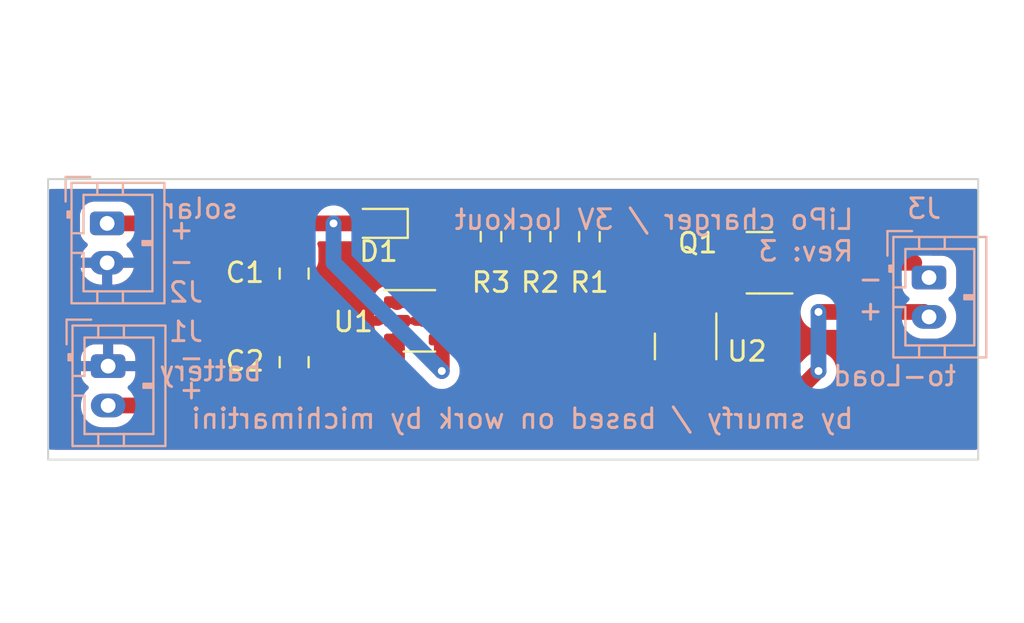
<source format=kicad_pcb>
(kicad_pcb (version 20240108) (generator "pcbnew") (generator_version "8.0")
  (layers (0 "F.Cu" signal) (31 "B.Cu" signal) (34 "B.Paste" user) (35 "F.Paste" user) (36 "B.SilkS" user "B.Silkscreen") (37 "F.SilkS" user "F.Silkscreen") (38 "B.Mask" user) (39 "F.Mask" user) (44 "Edge.Cuts" user))
  (net 0 "")
  (net 1 "Net-(D1-A)")
  (net 2 "GND")
  (net 3 "Net-(J1-Pin_2)")
  (net 4 "Net-(J3-Pin_1)")
  (net 5 "Net-(Q1-G)")
  (net 6 "Net-(U1-PROG)")
  (net 7 "Net-(D1-K)")
  (net 8 "Net-(U1-STAT)")
  (footprint "Capacitor_SMD:C_0805_2012Metric" (layer "F.Cu") (at 76 66.05 -90)
    (property "Reference" "C1" (at -0.05 2.5 0) (layer "F.SilkS"))
    (property "Value" "4.7uF")
    (fp_line (start -0.261252 0.735) (end 0.261252 0.735) (stroke (width 0.12)) (layer "F.SilkS"))
    (fp_line (start -0.261252 -0.735) (end 0.261252 -0.735) (stroke (width 0.12)) (layer "F.SilkS"))
    (pad "1" smd roundrect (at -0.95 0 270) (size 1 1.45) (layers "F.Cu" "F.Paste" "F.Mask") (net 1 "Net-(D1-A)"))
    (pad "2" smd roundrect (at 0.95 0 270) (size 1 1.45) (layers "F.Cu" "F.Paste" "F.Mask") (net 2 "GND"))
  )
  (footprint "Capacitor_SMD:C_0805_2012Metric" (layer "F.Cu") (at 76 70.55 90)
    (property "Reference" "C2" (at 0.05 -2.5 180) (layer "F.SilkS"))
    (property "Value" "4.7uF")
    (fp_line (start -0.261252 -0.735) (end 0.261252 -0.735) (stroke (width 0.12)) (layer "F.SilkS"))
    (fp_line (start -0.261252 0.735) (end 0.261252 0.735) (stroke (width 0.12)) (layer "F.SilkS"))
    (pad "1" smd roundrect (at -0.95 0 90) (size 1 1.45) (layers "F.Cu" "F.Paste" "F.Mask") (net 3 "Net-(J1-Pin_2)"))
    (pad "2" smd roundrect (at 0.95 0 90) (size 1 1.45) (layers "F.Cu" "F.Paste" "F.Mask") (net 2 "GND"))
  )
  (footprint "Package_TO_SOT_SMD:SOT-23" (layer "F.Cu") (at 99.63658 65.5 180)
    (property "Reference" "Q1" (at 3.13658 1 180) (layer "F.SilkS"))
    (property "Value" "BSS123")
    (fp_line (start 0 1.56) (end 0.65 1.56) (stroke (width 0.12)) (layer "F.SilkS"))
    (fp_line (start 0 1.56) (end -0.65 1.56) (stroke (width 0.12)) (layer "F.SilkS"))
    (fp_line (start 0 -1.56) (end 0.65 -1.56) (stroke (width 0.12)) (layer "F.SilkS"))
    (fp_line (start 0 -1.56) (end -1.675 -1.56) (stroke (width 0.12)) (layer "F.SilkS"))
    (pad "1" smd roundrect (at -0.9375 -0.95 180) (size 1.475 0.6) (layers "F.Cu" "F.Paste" "F.Mask") (net 5 "Net-(Q1-G)"))
    (pad "2" smd roundrect (at -0.9375 0.95 180) (size 1.475 0.6) (layers "F.Cu" "F.Paste" "F.Mask") (net 2 "GND"))
    (pad "3" smd roundrect (at 0.9375 0 180) (size 1.475 0.6) (layers "F.Cu" "F.Paste" "F.Mask") (net 4 "Net-(J3-Pin_1)"))
  )
  (footprint "Package_TO_SOT_SMD:SOT-23" (layer "F.Cu") (at 95.88658 69.75 -90)
    (property "Reference" "U2" (at 0.25 -3.11342 180) (layer "F.SilkS"))
    (property "Value" "MCP120T-315I/TT")
    (fp_line (start 0 1.56) (end -0.65 1.56) (stroke (width 0.12)) (layer "F.SilkS"))
    (fp_line (start 0 1.56) (end 0.65 1.56) (stroke (width 0.12)) (layer "F.SilkS"))
    (fp_line (start 0 -1.56) (end -1.675 -1.56) (stroke (width 0.12)) (layer "F.SilkS"))
    (fp_line (start 0 -1.56) (end 0.65 -1.56) (stroke (width 0.12)) (layer "F.SilkS"))
    (pad "1" smd roundrect (at -0.9375 -0.95 270) (size 1.475 0.6) (layers "F.Cu" "F.Paste" "F.Mask") (net 5 "Net-(Q1-G)"))
    (pad "2" smd roundrect (at -0.9375 0.95 270) (size 1.475 0.6) (layers "F.Cu" "F.Paste" "F.Mask") (net 3 "Net-(J1-Pin_2)"))
    (pad "3" smd roundrect (at 0.9375 0 270) (size 1.475 0.6) (layers "F.Cu" "F.Paste" "F.Mask") (net 2 "GND"))
  )
  (footprint "Resistor_SMD:R_0603_1608Metric" (layer "F.Cu") (at 86 64.175 -90)
    (property "Reference" "R3" (at 2.325 0 0) (layer "F.SilkS"))
    (property "Value" "470")
    (fp_line (start -0.237258 0.5225) (end 0.237258 0.5225) (stroke (width 0.12)) (layer "F.SilkS"))
    (fp_line (start -0.237258 -0.5225) (end 0.237258 -0.5225) (stroke (width 0.12)) (layer "F.SilkS"))
    (pad "1" smd roundrect (at -0.825 0 270) (size 0.8 0.95) (layers "F.Cu" "F.Paste" "F.Mask") (net 7 "Net-(D1-K)"))
    (pad "2" smd roundrect (at 0.825 0 270) (size 0.8 0.95) (layers "F.Cu" "F.Paste" "F.Mask") (net 8 "Net-(U1-STAT)"))
  )
  (footprint "Resistor_SMD:R_0603_1608Metric" (layer "F.Cu") (at 91 64.175 90)
    (property "Reference" "R1" (at -2.325 0 180) (layer "F.SilkS"))
    (property "Value" "270")
    (fp_line (start -0.237258 -0.5225) (end 0.237258 -0.5225) (stroke (width 0.12)) (layer "F.SilkS"))
    (fp_line (start -0.237258 0.5225) (end 0.237258 0.5225) (stroke (width 0.12)) (layer "F.SilkS"))
    (pad "1" smd roundrect (at -0.825 0 90) (size 0.8 0.95) (layers "F.Cu" "F.Paste" "F.Mask") (net 3 "Net-(J1-Pin_2)"))
    (pad "2" smd roundrect (at 0.825 0 90) (size 0.8 0.95) (layers "F.Cu" "F.Paste" "F.Mask") (net 5 "Net-(Q1-G)"))
  )
  (footprint "Resistor_SMD:R_0603_1608Metric" (layer "F.Cu") (at 88.5 64.175 90)
    (property "Reference" "R2" (at -2.325 0 360) (layer "F.SilkS"))
    (property "Value" "2k")
    (fp_line (start -0.237258 -0.5225) (end 0.237258 -0.5225) (stroke (width 0.12)) (layer "F.SilkS"))
    (fp_line (start -0.237258 0.5225) (end 0.237258 0.5225) (stroke (width 0.12)) (layer "F.SilkS"))
    (pad "1" smd roundrect (at -0.825 0 90) (size 0.8 0.95) (layers "F.Cu" "F.Paste" "F.Mask") (net 6 "Net-(U1-PROG)"))
    (pad "2" smd roundrect (at 0.825 0 90) (size 0.8 0.95) (layers "F.Cu" "F.Paste" "F.Mask") (net 2 "GND"))
  )
  (footprint "LED_SMD:LED_0603_1608Metric" (layer "F.Cu") (at 80.2875 63.5 180)
    (property "Reference" "D1" (at 0 -1.43 0) (layer "F.SilkS"))
    (property "Value" "LED_Small")
    (fp_line (start 0.8 -0.735) (end -1.485 -0.735) (stroke (width 0.12)) (layer "F.SilkS"))
    (fp_line (start -1.485 0.735) (end 0.8 0.735) (stroke (width 0.12)) (layer "F.SilkS"))
    (fp_line (start -1.485 -0.735) (end -1.485 0.735) (stroke (width 0.12)) (layer "F.SilkS"))
    (pad "1" smd roundrect (at -0.7875 0 180) (size 0.875 0.95) (layers "F.Cu" "F.Paste" "F.Mask") (net 7 "Net-(D1-K)"))
    (pad "2" smd roundrect (at 0.7875 0 180) (size 0.875 0.95) (layers "F.Cu" "F.Paste" "F.Mask") (net 1 "Net-(D1-A)"))
  )
  (footprint "Package_TO_SOT_SMD:SOT-23-5" (layer "F.Cu") (at 82.3625 68.45)
    (property "Reference" "U1" (at -3.3625 0.05 0) (layer "F.SilkS"))
    (property "Value" "MCP73831-2-OT")
    (fp_line (start 0 -1.56) (end -1.8 -1.56) (stroke (width 0.12)) (layer "F.SilkS"))
    (fp_line (start 0 -1.56) (end 0.8 -1.56) (stroke (width 0.12)) (layer "F.SilkS"))
    (fp_line (start 0 1.56) (end -0.8 1.56) (stroke (width 0.12)) (layer "F.SilkS"))
    (fp_line (start 0 1.56) (end 0.8 1.56) (stroke (width 0.12)) (layer "F.SilkS"))
    (pad "1" smd roundrect (at -1.1375 -0.95) (size 1.325 0.6) (layers "F.Cu" "F.Paste" "F.Mask") (net 8 "Net-(U1-STAT)"))
    (pad "2" smd roundrect (at -1.1375 0) (size 1.325 0.6) (layers "F.Cu" "F.Paste" "F.Mask") (net 2 "GND"))
    (pad "3" smd roundrect (at -1.1375 0.95) (size 1.325 0.6) (layers "F.Cu" "F.Paste" "F.Mask") (net 3 "Net-(J1-Pin_2)"))
    (pad "4" smd roundrect (at 1.1375 0.95) (size 1.325 0.6) (layers "F.Cu" "F.Paste" "F.Mask") (net 1 "Net-(D1-A)"))
    (pad "5" smd roundrect (at 1.1375 -0.95) (size 1.325 0.6) (layers "F.Cu" "F.Paste" "F.Mask") (net 6 "Net-(U1-PROG)"))
  )
  (footprint "Connector_JST:JST_PH_B2B-PH-K_1x02_P2.00mm_Vertical" (layer "B.Cu") (at 108.25 66.25 -90)
    (property "Reference" "J3" (at -3.5 0.25 0) (layer "B.SilkS") (effects (justify mirror)))
    (property "Value" "Conn_01x02")
    (fp_line (start -2.36 2.11) (end -2.36 0.86) (stroke (width 0.12)) (layer "B.SilkS"))
    (fp_line (start -1.11 2.11) (end -2.36 2.11) (stroke (width 0.12)) (layer "B.SilkS"))
    (fp_line (start -0.6 2.01) (end -0.6 1.81) (stroke (width 0.12)) (layer "B.SilkS"))
    (fp_line (start -0.3 2.01) (end -0.6 2.01) (stroke (width 0.12)) (layer "B.SilkS"))
    (fp_line (start -0.3 1.91) (end -0.6 1.91) (stroke (width 0.12)) (layer "B.SilkS"))
    (fp_line (start -2.06 1.81) (end -2.06 -2.91) (stroke (width 0.12)) (layer "B.SilkS"))
    (fp_line (start -0.3 1.81) (end -0.3 2.01) (stroke (width 0.12)) (layer "B.SilkS"))
    (fp_line (start 0.5 1.81) (end 0.5 1.2) (stroke (width 0.12)) (layer "B.SilkS"))
    (fp_line (start 4.06 1.81) (end -2.06 1.81) (stroke (width 0.12)) (layer "B.SilkS"))
    (fp_line (start -1.45 1.2) (end -1.45 -2.3) (stroke (width 0.12)) (layer "B.SilkS"))
    (fp_line (start 0.5 1.2) (end -1.45 1.2) (stroke (width 0.12)) (layer "B.SilkS"))
    (fp_line (start 1.5 1.2) (end 1.5 1.81) (stroke (width 0.12)) (layer "B.SilkS"))
    (fp_line (start 3.45 1.2) (end 1.5 1.2) (stroke (width 0.12)) (layer "B.SilkS"))
    (fp_line (start -2.06 0.5) (end -1.45 0.5) (stroke (width 0.12)) (layer "B.SilkS"))
    (fp_line (start 4.06 0.5) (end 3.45 0.5) (stroke (width 0.12)) (layer "B.SilkS"))
    (fp_line (start -2.06 -0.8) (end -1.45 -0.8) (stroke (width 0.12)) (layer "B.SilkS"))
    (fp_line (start 4.06 -0.8) (end 3.45 -0.8) (stroke (width 0.12)) (layer "B.SilkS"))
    (fp_line (start 0.9 -1.8) (end 1.1 -1.8) (stroke (width 0.12)) (layer "B.SilkS"))
    (fp_line (start 1.1 -1.8) (end 1.1 -2.3) (stroke (width 0.12)) (layer "B.SilkS"))
    (fp_line (start -1.45 -2.3) (end 3.45 -2.3) (stroke (width 0.12)) (layer "B.SilkS"))
    (fp_line (start 0.9 -2.3) (end 0.9 -1.8) (stroke (width 0.12)) (layer "B.SilkS"))
    (fp_line (start 1 -2.3) (end 1 -1.8) (stroke (width 0.12)) (layer "B.SilkS"))
    (fp_line (start 3.45 -2.3) (end 3.45 1.2) (stroke (width 0.12)) (layer "B.SilkS"))
    (fp_line (start -2.06 -2.91) (end 4.06 -2.91) (stroke (width 0.12)) (layer "B.SilkS"))
    (fp_line (start 4.06 -2.91) (end 4.06 1.81) (stroke (width 0.12)) (layer "B.SilkS"))
    (pad "1" thru_hole roundrect (at 0 0 270) (size 1.2 1.75) (drill 0.75) (layers "*.Cu" "*.Mask") (roundrect_rratio 0.2083333333) (net 4 "Net-(J3-Pin_1)"))
    (pad "2" thru_hole oval (at 2 0 270) (size 1.2 1.75) (drill 0.75) (layers "*.Cu" "*.Mask") (net 3 "Net-(J1-Pin_2)"))
  )
  (footprint "Connector_JST:JST_PH_B2B-PH-K_1x02_P2.00mm_Vertical" (layer "B.Cu") (at 66.55 70.75 -90)
    (property "Reference" "J1" (at -1.75 -3.95 0) (layer "B.SilkS") (effects (justify mirror)))
    (property "Value" "Conn_01x02")
    (fp_line (start -2.36 2.11) (end -2.36 0.86) (stroke (width 0.12)) (layer "B.SilkS"))
    (fp_line (start -1.11 2.11) (end -2.36 2.11) (stroke (width 0.12)) (layer "B.SilkS"))
    (fp_line (start -0.6 2.01) (end -0.6 1.81) (stroke (width 0.12)) (layer "B.SilkS"))
    (fp_line (start -0.3 2.01) (end -0.6 2.01) (stroke (width 0.12)) (layer "B.SilkS"))
    (fp_line (start -0.3 1.91) (end -0.6 1.91) (stroke (width 0.12)) (layer "B.SilkS"))
    (fp_line (start -2.06 1.81) (end -2.06 -2.91) (stroke (width 0.12)) (layer "B.SilkS"))
    (fp_line (start -0.3 1.81) (end -0.3 2.01) (stroke (width 0.12)) (layer "B.SilkS"))
    (fp_line (start 0.5 1.81) (end 0.5 1.2) (stroke (width 0.12)) (layer "B.SilkS"))
    (fp_line (start 4.06 1.81) (end -2.06 1.81) (stroke (width 0.12)) (layer "B.SilkS"))
    (fp_line (start -1.45 1.2) (end -1.45 -2.3) (stroke (width 0.12)) (layer "B.SilkS"))
    (fp_line (start 0.5 1.2) (end -1.45 1.2) (stroke (width 0.12)) (layer "B.SilkS"))
    (fp_line (start 1.5 1.2) (end 1.5 1.81) (stroke (width 0.12)) (layer "B.SilkS"))
    (fp_line (start 3.45 1.2) (end 1.5 1.2) (stroke (width 0.12)) (layer "B.SilkS"))
    (fp_line (start -2.06 0.5) (end -1.45 0.5) (stroke (width 0.12)) (layer "B.SilkS"))
    (fp_line (start 4.06 0.5) (end 3.45 0.5) (stroke (width 0.12)) (layer "B.SilkS"))
    (fp_line (start -2.06 -0.8) (end -1.45 -0.8) (stroke (width 0.12)) (layer "B.SilkS"))
    (fp_line (start 4.06 -0.8) (end 3.45 -0.8) (stroke (width 0.12)) (layer "B.SilkS"))
    (fp_line (start 0.9 -1.8) (end 1.1 -1.8) (stroke (width 0.12)) (layer "B.SilkS"))
    (fp_line (start 1.1 -1.8) (end 1.1 -2.3) (stroke (width 0.12)) (layer "B.SilkS"))
    (fp_line (start -1.45 -2.3) (end 3.45 -2.3) (stroke (width 0.12)) (layer "B.SilkS"))
    (fp_line (start 0.9 -2.3) (end 0.9 -1.8) (stroke (width 0.12)) (layer "B.SilkS"))
    (fp_line (start 1 -2.3) (end 1 -1.8) (stroke (width 0.12)) (layer "B.SilkS"))
    (fp_line (start 3.45 -2.3) (end 3.45 1.2) (stroke (width 0.12)) (layer "B.SilkS"))
    (fp_line (start -2.06 -2.91) (end 4.06 -2.91) (stroke (width 0.12)) (layer "B.SilkS"))
    (fp_line (start 4.06 -2.91) (end 4.06 1.81) (stroke (width 0.12)) (layer "B.SilkS"))
    (pad "1" thru_hole roundrect (at 0 0 270) (size 1.2 1.75) (drill 0.75) (layers "*.Cu" "*.Mask") (roundrect_rratio 0.2083333333) (net 2 "GND"))
    (pad "2" thru_hole oval (at 2 0 270) (size 1.2 1.75) (drill 0.75) (layers "*.Cu" "*.Mask") (net 3 "Net-(J1-Pin_2)"))
  )
  (footprint "Connector_JST:JST_PH_B2B-PH-K_1x02_P2.00mm_Vertical" (layer "B.Cu") (at 66.5 63.5 -90)
    (property "Reference" "J2" (at 3.5 -4 180) (layer "B.SilkS") (effects (justify mirror)))
    (property "Value" "Conn_01x02")
    (fp_line (start -2.36 2.11) (end -2.36 0.86) (stroke (width 0.12)) (layer "B.SilkS"))
    (fp_line (start -1.11 2.11) (end -2.36 2.11) (stroke (width 0.12)) (layer "B.SilkS"))
    (fp_line (start -0.6 2.01) (end -0.6 1.81) (stroke (width 0.12)) (layer "B.SilkS"))
    (fp_line (start -0.3 2.01) (end -0.6 2.01) (stroke (width 0.12)) (layer "B.SilkS"))
    (fp_line (start -0.3 1.91) (end -0.6 1.91) (stroke (width 0.12)) (layer "B.SilkS"))
    (fp_line (start -2.06 1.81) (end -2.06 -2.91) (stroke (width 0.12)) (layer "B.SilkS"))
    (fp_line (start -0.3 1.81) (end -0.3 2.01) (stroke (width 0.12)) (layer "B.SilkS"))
    (fp_line (start 0.5 1.81) (end 0.5 1.2) (stroke (width 0.12)) (layer "B.SilkS"))
    (fp_line (start 4.06 1.81) (end -2.06 1.81) (stroke (width 0.12)) (layer "B.SilkS"))
    (fp_line (start -1.45 1.2) (end -1.45 -2.3) (stroke (width 0.12)) (layer "B.SilkS"))
    (fp_line (start 0.5 1.2) (end -1.45 1.2) (stroke (width 0.12)) (layer "B.SilkS"))
    (fp_line (start 1.5 1.2) (end 1.5 1.81) (stroke (width 0.12)) (layer "B.SilkS"))
    (fp_line (start 3.45 1.2) (end 1.5 1.2) (stroke (width 0.12)) (layer "B.SilkS"))
    (fp_line (start -2.06 0.5) (end -1.45 0.5) (stroke (width 0.12)) (layer "B.SilkS"))
    (fp_line (start 4.06 0.5) (end 3.45 0.5) (stroke (width 0.12)) (layer "B.SilkS"))
    (fp_line (start -2.06 -0.8) (end -1.45 -0.8) (stroke (width 0.12)) (layer "B.SilkS"))
    (fp_line (start 4.06 -0.8) (end 3.45 -0.8) (stroke (width 0.12)) (layer "B.SilkS"))
    (fp_line (start 0.9 -1.8) (end 1.1 -1.8) (stroke (width 0.12)) (layer "B.SilkS"))
    (fp_line (start 1.1 -1.8) (end 1.1 -2.3) (stroke (width 0.12)) (layer "B.SilkS"))
    (fp_line (start -1.45 -2.3) (end 3.45 -2.3) (stroke (width 0.12)) (layer "B.SilkS"))
    (fp_line (start 0.9 -2.3) (end 0.9 -1.8) (stroke (width 0.12)) (layer "B.SilkS"))
    (fp_line (start 1 -2.3) (end 1 -1.8) (stroke (width 0.12)) (layer "B.SilkS"))
    (fp_line (start 3.45 -2.3) (end 3.45 1.2) (stroke (width 0.12)) (layer "B.SilkS"))
    (fp_line (start -2.06 -2.91) (end 4.06 -2.91) (stroke (width 0.12)) (layer "B.SilkS"))
    (fp_line (start 4.06 -2.91) (end 4.06 1.81) (stroke (width 0.12)) (layer "B.SilkS"))
    (pad "1" thru_hole roundrect (at 0 0 270) (size 1.2 1.75) (drill 0.75) (layers "*.Cu" "*.Mask") (roundrect_rratio 0.2083333333) (net 1 "Net-(D1-A)"))
    (pad "2" thru_hole oval (at 2 0 270) (size 1.2 1.75) (drill 0.75) (layers "*.Cu" "*.Mask") (net 2 "GND"))
  )
  (gr_rect (start 63.5 61.25) (end 110.75 75.5) (stroke (width 0.1)) (fill none) (layer "Edge.Cuts"))
  (gr_text "solar" (at 71.25 62.75 0) (layer "B.SilkS") (effects (font (size 1 1)) (justify mirror)))
  (gr_text "battery" (at 71.75 71 0) (layer "B.SilkS") (effects (font (size 1 1)) (justify mirror)))
  (gr_text "-\n+" (at 106 68.5 0) (layer "B.SilkS") (effects (font (size 1 1)) (justify left bottom mirror)))
  (gr_text "by smurfy / based on work by michimartini" (at 104.5 74 0) (layer "B.SilkS") (effects (font (size 1 1)) (justify left bottom mirror)))
  (gr_text "-\n+" (at 71.5 72.5 0) (layer "B.SilkS") (effects (font (size 1 1)) (justify left bottom mirror)))
  (gr_text "LiPo charger / 3V lockout\nRev: 3" (at 104.5 65.5 0) (layer "B.SilkS") (effects (font (size 1 1)) (justify left bottom mirror)))
  (gr_text "to-Load" (at 106.5 71.25 0) (layer "B.SilkS") (effects (font (size 1 1)) (justify mirror)))
  (gr_text "+\n-" (at 71 66 0) (layer "B.SilkS") (effects (font (size 1 1)) (justify left bottom mirror)))
  (segment (start 76 63.5) (end 78 63.5) (width 0.8) (layer "F.Cu") (net 1))
  (segment (start 83.5 69.4) (end 83.5 71) (width 0.8) (layer "F.Cu") (net 1))
  (segment (start 78 63.5) (end 79.5 63.5) (width 0.8) (layer "F.Cu") (net 1))
  (segment (start 76 65.1) (end 76 63.5) (width 0.8) (layer "F.Cu") (net 1))
  (segment (start 66.5 63.5) (end 76 63.5) (width 0.8) (layer "F.Cu") (net 1))
  (via (at 78 63.5) (size 0.8) (drill 0.4) (layers "F.Cu" "B.Cu") (net 1))
  (via (at 83.5 71) (size 0.8) (drill 0.4) (layers "F.Cu" "B.Cu") (net 1))
  (segment (start 78 63.5) (end 78 65.5) (width 0.8) (layer "B.Cu") (net 1))
  (segment (start 78 65.5) (end 83.5 71) (width 0.8) (layer "B.Cu") (net 1))
  (segment (start 94.08658 68.8125) (end 93.19908 69.7) (width 0.8) (layer "F.Cu") (net 3))
  (segment (start 90.88658 73) (end 91.13658 72.75) (width 0.8) (layer "F.Cu") (net 3))
  (segment (start 108 68) (end 108.25 68.25) (width 0.8) (layer "F.Cu") (net 3))
  (segment (start 102.63658 68) (end 108 68) (width 0.8) (layer "F.Cu") (net 3))
  (segment (start 76 71.5) (end 77.5 73) (width 0.8) (layer "F.Cu") (net 3))
  (segment (start 81.225 69.4) (end 81.225 72.775) (width 0.8) (layer "F.Cu") (net 3))
  (segment (start 93.07408 69.575) (end 93.19908 69.7) (width 0.8) (layer "F.Cu") (net 3))
  (segment (start 66.55 72.75) (end 74.75 72.75) (width 0.8) (layer "F.Cu") (net 3))
  (segment (start 79.5 73) (end 81 73) (width 0.8) (layer "F.Cu") (net 3))
  (segment (start 81 73) (end 90.88658 73) (width 0.8) (layer "F.Cu") (net 3))
  (segment (start 81.225 72.775) (end 81 73) (width 0.25) (layer "F.Cu") (net 3))
  (segment (start 94.93658 68.8125) (end 94.08658 68.8125) (width 0.8) (layer "F.Cu") (net 3))
  (segment (start 93.19908 69.7) (end 93.19908 69.79816) (width 0.8) (layer "F.Cu") (net 3))
  (segment (start 95.42592 72.025) (end 101.57408 72.025) (width 0.8) (layer "F.Cu") (net 3))
  (segment (start 91 65) (end 91 69.43842) (width 0.5) (layer "F.Cu") (net 3))
  (segment (start 91.13658 72.75) (end 91.13658 69.575) (width 0.8) (layer "F.Cu") (net 3))
  (segment (start 74.75 72.75) (end 76 71.5) (width 0.8) (layer "F.Cu") (net 3))
  (segment (start 91.13658 69.575) (end 93.07408 69.575) (width 0.8) (layer "F.Cu") (net 3))
  (segment (start 93.19908 69.79816) (end 95.42592 72.025) (width 0.8) (layer "F.Cu") (net 3))
  (segment (start 102.63658 70.9625) (end 102.63658 71) (width 0.8) (layer "F.Cu") (net 3))
  (segment (start 77.5 73) (end 79.5 73) (width 0.8) (layer "F.Cu") (net 3))
  (segment (start 91 69.43842) (end 91.13658 69.575) (width 0.25) (layer "F.Cu") (net 3))
  (segment (start 101.57408 72.025) (end 102.63658 70.9625) (width 0.8) (layer "F.Cu") (net 3))
  (via (at 102.63658 68) (size 0.8) (drill 0.4) (layers "F.Cu" "B.Cu") (net 3))
  (via (at 102.63658 71) (size 0.8) (drill 0.4) (layers "F.Cu" "B.Cu") (net 3))
  (segment (start 102.63658 71) (end 102.63658 68) (width 0.8) (layer "B.Cu") (net 3))
  (segment (start 98.69908 65.5) (end 107.5 65.5) (width 0.8) (layer "F.Cu") (net 4))
  (segment (start 107.5 65.5) (end 108.25 66.25) (width 0.25) (layer "F.Cu") (net 4))
  (segment (start 96.83658 68.8125) (end 96.83658 67.676472) (width 0.8) (layer "F.Cu") (net 5))
  (segment (start 97.713052 66.1) (end 98.063052 66.45) (width 0.5) (layer "F.Cu") (net 5))
  (segment (start 94.89908 66.1) (end 97.713052 66.1) (width 0.5) (layer "F.Cu") (net 5))
  (segment (start 92.14908 63.35) (end 94.89908 66.1) (width 0.5) (layer "F.Cu") (net 5))
  (segment (start 96.83658 67.676472) (end 98.063052 66.45) (width 0.8) (layer "F.Cu") (net 5))
  (segment (start 98.063052 66.45) (end 100.57408 66.45) (width 0.5) (layer "F.Cu") (net 5))
  (segment (start 91 63.35) (end 92.14908 63.35) (width 0.5) (layer "F.Cu") (net 5))
  (segment (start 86 67.5) (end 88.5 65) (width 0.8) (layer "F.Cu") (net 6))
  (segment (start 83.5 67.5) (end 86 67.5) (width 0.8) (layer "F.Cu") (net 6))
  (segment (start 81.075 63.5) (end 85.85 63.5) (width 0.8) (layer "F.Cu") (net 7))
  (segment (start 85.85 63.5) (end 86 63.35) (width 0.25) (layer "F.Cu") (net 7))
  (segment (start 83.725 65) (end 81.225 67.5) (width 0.8) (layer "F.Cu") (net 8))
  (segment (start 86 65) (end 83.725 65) (width 0.8) (layer "F.Cu") (net 8))
  (zone (net 2) (net_name "GND") (layer "F.Cu") (connect_pads (clearance 0.508)) (min_thickness 0.254) (fill yes (thermal_gap 0.508) (thermal_bridge_width 0.508))
    (polygon (pts (xy 110.75 75) (xy 63.75 75) (xy 63.75 61.75) (xy 110.75 61.75)))
  )
  (zone (net 2) (net_name "GND") (layer "B.Cu") (connect_pads (clearance 0.508)) (min_thickness 0.254) (fill yes (thermal_gap 0.508) (thermal_bridge_width 0.508))
    (polygon (pts (xy 110.75 75) (xy 63.5 75) (xy 63.5 61.75) (xy 110.75 61.75)))
  )
)
</source>
